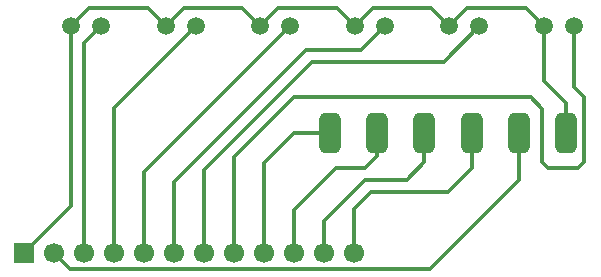
<source format=gtl>
G04*
G04 #@! TF.GenerationSoftware,Altium Limited,Altium Designer,18.0.12 (696)*
G04*
G04 Layer_Physical_Order=1*
G04 Layer_Color=255*
%FSLAX25Y25*%
%MOIN*%
G70*
G01*
G75*
G04:AMPARAMS|DCode=11|XSize=133.86mil|YSize=70.87mil|CornerRadius=17.72mil|HoleSize=0mil|Usage=FLASHONLY|Rotation=90.000|XOffset=0mil|YOffset=0mil|HoleType=Round|Shape=RoundedRectangle|*
%AMROUNDEDRECTD11*
21,1,0.13386,0.03543,0,0,90.0*
21,1,0.09843,0.07087,0,0,90.0*
1,1,0.03543,0.01772,0.04921*
1,1,0.03543,0.01772,-0.04921*
1,1,0.03543,-0.01772,-0.04921*
1,1,0.03543,-0.01772,0.04921*
%
%ADD11ROUNDEDRECTD11*%
%ADD16C,0.01200*%
%ADD17C,0.06693*%
%ADD18R,0.06693X0.06693*%
%ADD19C,0.05906*%
D11*
X240158Y94488D02*
D03*
X208661D02*
D03*
X255906D02*
D03*
X177165D02*
D03*
X192913D02*
D03*
X224409D02*
D03*
D16*
X90481Y49213D02*
X210630D01*
X240158Y78740D01*
Y94488D01*
X224409Y82677D02*
Y94488D01*
X216535Y74803D02*
X224409Y82677D01*
X190945Y74803D02*
X216535D01*
X185327Y69186D02*
X190945Y74803D01*
X185327Y54366D02*
Y69186D01*
X208661Y84646D02*
Y94488D01*
X202756Y78740D02*
X208661Y84646D01*
X188976Y78740D02*
X202756D01*
X175327Y65091D02*
X188976Y78740D01*
X192913Y86614D02*
Y94488D01*
X188976Y82677D02*
X192913Y86614D01*
X179134Y82677D02*
X188976D01*
X165327Y68871D02*
X179134Y82677D01*
X165354Y94488D02*
X177165D01*
X155327Y84461D02*
X165354Y94488D01*
X155327Y54366D02*
Y84461D01*
X255906Y94488D02*
Y104331D01*
X248500Y111736D02*
X255906Y104331D01*
X248500Y111736D02*
Y130000D01*
X258500Y109610D02*
Y130000D01*
Y109610D02*
X261811Y106299D01*
Y84646D02*
Y106299D01*
X259842Y82677D02*
X261811Y84646D01*
X250000Y82677D02*
X259842D01*
X248031Y84646D02*
X250000Y82677D01*
X248031Y84646D02*
Y102362D01*
X244094Y106299D02*
X248031Y102362D01*
X165354Y106299D02*
X244094D01*
X145327Y86272D02*
X165354Y106299D01*
X85327Y54366D02*
X90481Y49213D01*
X175327Y54366D02*
Y65091D01*
X165327Y54366D02*
Y68871D01*
X145327Y54366D02*
Y86272D01*
X215114Y118110D02*
X227004Y130000D01*
X171260Y118110D02*
X215114D01*
X135327Y82178D02*
X171260Y118110D01*
X135327Y54366D02*
Y82178D01*
X187555Y122047D02*
X195508Y130000D01*
X169291Y122047D02*
X187555D01*
X125327Y78083D02*
X169291Y122047D01*
X125327Y54366D02*
Y78083D01*
X115327Y81315D02*
X164012Y130000D01*
X115327Y54366D02*
Y81315D01*
X105327Y102812D02*
X132516Y130000D01*
X105327Y54366D02*
Y102812D01*
X95327Y124308D02*
X101020Y130000D01*
X95327Y54366D02*
Y124308D01*
X91020Y70059D02*
Y130000D01*
X75327Y54366D02*
X91020Y70059D01*
X217004Y130000D02*
X223004Y136000D01*
X242500D01*
X248500Y130000D01*
X185508D02*
X191508Y136000D01*
X211004D01*
X217004Y130000D01*
X154012D02*
X160012Y136000D01*
X179508D01*
X185508Y130000D01*
X122516D02*
X128516Y136000D01*
X148012D01*
X154012Y130000D01*
X116516Y136000D02*
X122516Y130000D01*
X97020Y136000D02*
X116516D01*
X91020Y130000D02*
X97020Y136000D01*
D17*
X85327Y54366D02*
D03*
X95327D02*
D03*
X105327D02*
D03*
X115327D02*
D03*
X125327D02*
D03*
X135327D02*
D03*
X145327D02*
D03*
X155327D02*
D03*
X165327D02*
D03*
X175327D02*
D03*
X185327D02*
D03*
D18*
X75327D02*
D03*
D19*
X91020Y130000D02*
D03*
X101020D02*
D03*
X122516D02*
D03*
X154012D02*
D03*
X185508D02*
D03*
X217004D02*
D03*
X248500D02*
D03*
X132516D02*
D03*
X164012D02*
D03*
X195508D02*
D03*
X227004D02*
D03*
X258500D02*
D03*
M02*

</source>
